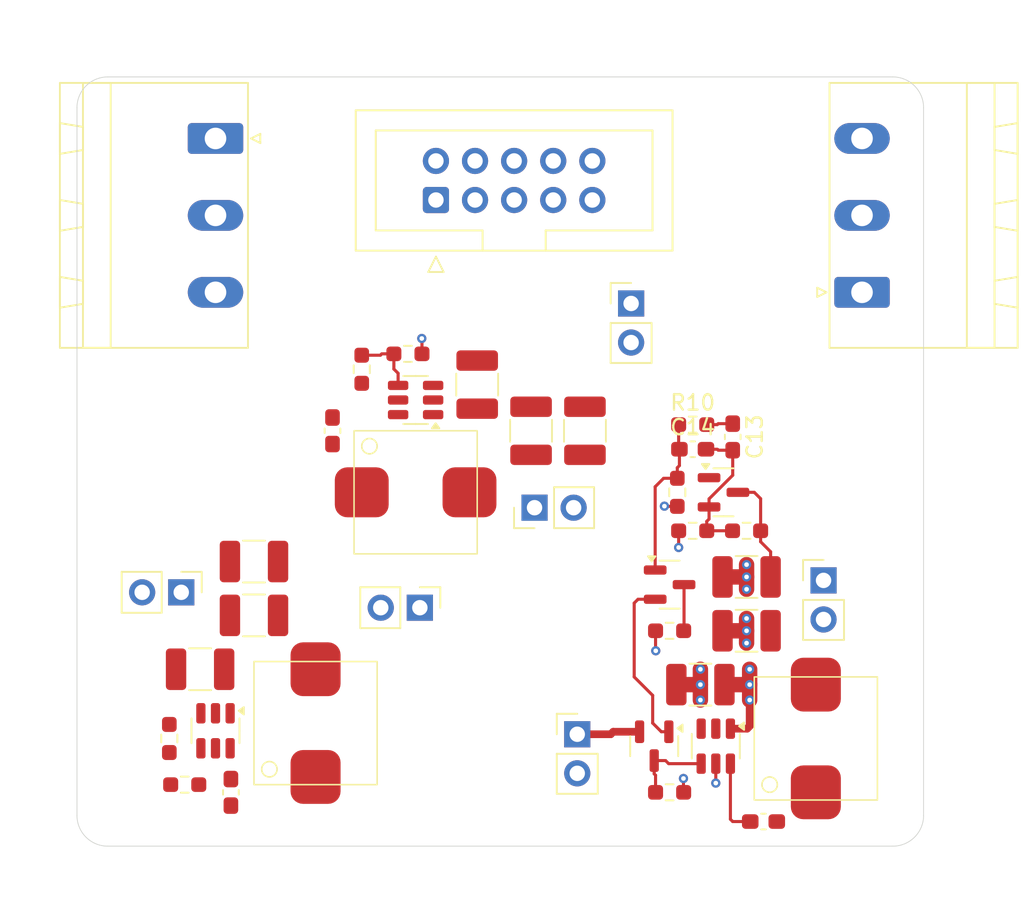
<source format=kicad_pcb>
(kicad_pcb
	(version 20240108)
	(generator "pcbnew")
	(generator_version "8.0")
	(general
		(thickness 1.6)
		(legacy_teardrops no)
	)
	(paper "A4")
	(layers
		(0 "F.Cu" signal)
		(1 "In1.Cu" signal)
		(2 "In2.Cu" signal)
		(31 "B.Cu" signal)
		(32 "B.Adhes" user "B.Adhesive")
		(33 "F.Adhes" user "F.Adhesive")
		(34 "B.Paste" user)
		(35 "F.Paste" user)
		(36 "B.SilkS" user "B.Silkscreen")
		(37 "F.SilkS" user "F.Silkscreen")
		(38 "B.Mask" user)
		(39 "F.Mask" user)
		(40 "Dwgs.User" user "User.Drawings")
		(41 "Cmts.User" user "User.Comments")
		(42 "Eco1.User" user "User.Eco1")
		(43 "Eco2.User" user "User.Eco2")
		(44 "Edge.Cuts" user)
		(45 "Margin" user)
		(46 "B.CrtYd" user "B.Courtyard")
		(47 "F.CrtYd" user "F.Courtyard")
		(48 "B.Fab" user)
		(49 "F.Fab" user)
		(50 "User.1" user)
		(51 "User.2" user)
		(52 "User.3" user)
		(53 "User.4" user)
		(54 "User.5" user)
		(55 "User.6" user)
		(56 "User.7" user)
		(57 "User.8" user)
		(58 "User.9" user)
	)
	(setup
		(stackup
			(layer "F.SilkS"
				(type "Top Silk Screen")
			)
			(layer "F.Paste"
				(type "Top Solder Paste")
			)
			(layer "F.Mask"
				(type "Top Solder Mask")
				(thickness 0.01)
			)
			(layer "F.Cu"
				(type "copper")
				(thickness 0.035)
			)
			(layer "dielectric 1"
				(type "prepreg")
				(thickness 0.1)
				(material "FR4")
				(epsilon_r 4.5)
				(loss_tangent 0.02)
			)
			(layer "In1.Cu"
				(type "copper")
				(thickness 0.035)
			)
			(layer "dielectric 2"
				(type "core")
				(thickness 1.24)
				(material "FR4")
				(epsilon_r 4.5)
				(loss_tangent 0.02)
			)
			(layer "In2.Cu"
				(type "copper")
				(thickness 0.035)
			)
			(layer "dielectric 3"
				(type "prepreg")
				(thickness 0.1)
				(material "FR4")
				(epsilon_r 4.5)
				(loss_tangent 0.02)
			)
			(layer "B.Cu"
				(type "copper")
				(thickness 0.035)
			)
			(layer "B.Mask"
				(type "Bottom Solder Mask")
				(thickness 0.01)
			)
			(layer "B.Paste"
				(type "Bottom Solder Paste")
			)
			(layer "B.SilkS"
				(type "Bottom Silk Screen")
			)
			(copper_finish "HAL SnPb")
			(dielectric_constraints no)
		)
		(pad_to_mask_clearance 0.05)
		(solder_mask_min_width 0.1)
		(allow_soldermask_bridges_in_footprints no)
		(grid_origin 45 100)
		(pcbplotparams
			(layerselection 0x00010fc_ffffffff)
			(plot_on_all_layers_selection 0x0000000_00000000)
			(disableapertmacros no)
			(usegerberextensions no)
			(usegerberattributes yes)
			(usegerberadvancedattributes yes)
			(creategerberjobfile yes)
			(dashed_line_dash_ratio 12.000000)
			(dashed_line_gap_ratio 3.000000)
			(svgprecision 4)
			(plotframeref no)
			(viasonmask no)
			(mode 1)
			(useauxorigin no)
			(hpglpennumber 1)
			(hpglpenspeed 20)
			(hpglpendiameter 15.000000)
			(pdf_front_fp_property_popups yes)
			(pdf_back_fp_property_popups yes)
			(dxfpolygonmode yes)
			(dxfimperialunits yes)
			(dxfusepcbnewfont yes)
			(psnegative no)
			(psa4output no)
			(plotreference yes)
			(plotvalue yes)
			(plotfptext yes)
			(plotinvisibletext no)
			(sketchpadsonfab no)
			(subtractmaskfromsilk no)
			(outputformat 1)
			(mirror no)
			(drillshape 1)
			(scaleselection 1)
			(outputdirectory "")
		)
	)
	(net 0 "")
	(net 1 "GND")
	(net 2 "Net-(U1-BST)")
	(net 3 "Net-(U2-BST)")
	(net 4 "Net-(J3-Pin_1)")
	(net 5 "Net-(J4-Pin_2)")
	(net 6 "Net-(J8-Pin_2)")
	(net 7 "Net-(U5-BST)")
	(net 8 "/AP62250/V+in")
	(net 9 "/AP62250/V-in")
	(net 10 "/AP62250/V+ut")
	(net 11 "/AP62250/V-ut")
	(net 12 "Net-(Q1-E)")
	(net 13 "Net-(Q1-B)")
	(net 14 "Net-(Q1-C)")
	(net 15 "Net-(U3-REF)")
	(net 16 "/AP62250/Vin1")
	(net 17 "/AP62250/SW1")
	(net 18 "/AP62250/SW2")
	(net 19 "/AP62250/Vin2")
	(net 20 "/AP62250/Vin3")
	(net 21 "/AP62250/SW3")
	(net 22 "/AP62250/FB3")
	(net 23 "/AP62250/FB1")
	(net 24 "/AP62250/FB2")
	(net 25 "Net-(C13-Pad1)")
	(footprint "Package_TO_SOT_SMD:SOT-23" (layer "F.Cu") (at 87 77))
	(footprint "Resistor_SMD:R_0603_1608Metric_Pad0.98x0.95mm_HandSolder" (layer "F.Cu") (at 84 77 90))
	(footprint "Connector_PinHeader_2.54mm:PinHeader_1x02_P2.54mm_Vertical" (layer "F.Cu") (at 77.5 92.725))
	(footprint "Resistor_SMD:R_0603_1608Metric_Pad0.98x0.95mm_HandSolder" (layer "F.Cu") (at 51 93 90))
	(footprint "Capacitor_SMD:C_1210_3225Metric_Pad1.33x2.70mm_HandSolder" (layer "F.Cu") (at 56.5 81.5))
	(footprint "Connector_Phoenix_MSTB:PhoenixContact_MSTBA_2,5_3-G_1x03_P5.00mm_Horizontal" (layer "F.Cu") (at 96 64 90))
	(footprint "Capacitor_SMD:C_1210_3225Metric_Pad1.33x2.70mm_HandSolder" (layer "F.Cu") (at 53 88.5))
	(footprint "buck_lib:L_Eaton_DR74" (layer "F.Cu") (at 93 93 90))
	(footprint "Resistor_SMD:R_0603_1608Metric_Pad0.98x0.95mm_HandSolder" (layer "F.Cu") (at 66.5 68))
	(footprint "Capacitor_SMD:C_1210_3225Metric_Pad1.33x2.70mm_HandSolder" (layer "F.Cu") (at 56.5 85))
	(footprint "Package_TO_SOT_SMD:TSOT-23-6" (layer "F.Cu") (at 86.5 93.5 -90))
	(footprint "Resistor_SMD:R_0603_1608Metric_Pad0.98x0.95mm_HandSolder" (layer "F.Cu") (at 83.5 86))
	(footprint "Connector_PinHeader_2.54mm:PinHeader_1x02_P2.54mm_Vertical" (layer "F.Cu") (at 93.5 82.725))
	(footprint "Resistor_SMD:R_0603_1608Metric_Pad0.98x0.95mm_HandSolder" (layer "F.Cu") (at 85 72.6))
	(footprint "Package_TO_SOT_SMD:SOT-23" (layer "F.Cu") (at 83.5 83))
	(footprint "Capacitor_SMD:C_1210_3225Metric_Pad1.33x2.70mm_HandSolder" (layer "F.Cu") (at 71 70 -90))
	(footprint "Capacitor_SMD:C_0603_1608Metric_Pad1.08x0.95mm_HandSolder" (layer "F.Cu") (at 89.6 98.4))
	(footprint "Package_TO_SOT_SMD:TSOT-23-6" (layer "F.Cu") (at 54 92.5 -90))
	(footprint "Connector_PinHeader_2.54mm:PinHeader_1x02_P2.54mm_Vertical" (layer "F.Cu") (at 81 64.725))
	(footprint "Resistor_SMD:R_0603_1608Metric_Pad0.98x0.95mm_HandSolder" (layer "F.Cu") (at 88.5 79.5))
	(footprint "Capacitor_SMD:C_0603_1608Metric_Pad1.08x0.95mm_HandSolder" (layer "F.Cu") (at 55 96.5 -90))
	(footprint "Connector_Phoenix_MSTB:PhoenixContact_MSTBA_2,5_3-G_1x03_P5.00mm_Horizontal" (layer "F.Cu") (at 54 54 -90))
	(footprint "Capacitor_SMD:C_0603_1608Metric_Pad1.08x0.95mm_HandSolder" (layer "F.Cu") (at 87.6 73.4 -90))
	(footprint "buck_lib:L_Eaton_DR74" (layer "F.Cu") (at 60.5 92 90))
	(footprint "Package_TO_SOT_SMD:TSOT-23-6" (layer "F.Cu") (at 67 71 180))
	(footprint "Capacitor_SMD:C_0603_1608Metric_Pad1.08x0.95mm_HandSolder" (layer "F.Cu") (at 61.6 73 -90))
	(footprint "Connector_PinHeader_2.54mm:PinHeader_1x02_P2.54mm_Vertical" (layer "F.Cu") (at 67.275 84.5 -90))
	(footprint "Connector_PinHeader_2.54mm:PinHeader_1x02_P2.54mm_Vertical" (layer "F.Cu") (at 74.725 78 90))
	(footprint "buck_lib:L_Eaton_DR74" (layer "F.Cu") (at 67 77))
	(footprint "Package_TO_SOT_SMD:SOT-23" (layer "F.Cu") (at 82.5 93.5 -90))
	(footprint "Resistor_SMD:R_0603_1608Metric_Pad0.98x0.95mm_HandSolder" (layer "F.Cu") (at 63.5 69 90))
	(footprint "Resistor_SMD:R_0603_1608Metric_Pad0.98x0.95mm_HandSolder" (layer "F.Cu") (at 52 96 180))
	(footprint "Connector_IDC:IDC-Header_2x05_P2.54mm_Vertical" (layer "F.Cu") (at 68.32 58 90))
	(footprint "Capacitor_SMD:C_1210_3225Metric_Pad1.33x2.70mm_HandSolder" (layer "F.Cu") (at 88.5 82.5))
	(footprint "Resistor_SMD:R_0603_1608Metric_Pad0.98x0.95mm_HandSolder" (layer "F.Cu") (at 83.5 96.5 180))
	(footprint "Capacitor_SMD:C_0603_1608Metric_Pad1.08x0.95mm_HandSolder" (layer "F.Cu") (at 85 74.2))
	(footprint "Connector_PinHeader_2.54mm:PinHeader_1x02_P2.54mm_Vertical"
		(layer "F.Cu")
		(uuid "dd3832fd-4095-42e0-bb9a-03a79765aa22")
		(at 51.775 83.5 -90)
		(descr "Through hole straight pin header, 1x02, 2.54mm pitch, single row")
		(tags "Through hole pin header THT 1x02 2.54mm single row")
		(property "Reference" "J2"
			(at 0 -2.33 90)
			(layer "F.SilkS")
			(hide yes)
			(uuid "4d32db4d-eeab-48b6-91f3-64288c1c50d3")
			(effects
				(font
					(size 1 1)
					(thickness 0.15)
				)
			)
		)
		(property "Value" "Conn_01x02"
			(at 0 4.87 90)
			(layer "F.Fab")
			(hide yes)
			(uuid "39f1382d-abf1-4c09-9328-18ba010c0383")
			(effects
				(font
					(size 1 1)
					(thickness 0.15)
				)
			)
		)
		(property "Footprint" "Connector_PinHeader_2.54mm:PinHeader_1x02_P2.54mm_Vertical"
			(at 0 0 -90)
			(unlocked yes)
			(layer "F.Fab")
			(hide yes)
			(uuid "23cae4ff-6162-427f-b0d6-4e244824cf72")
			(effects
				(font
					(size 1.27 1.27)
				)
			)
		)
		(property "Datasheet" ""
			(at 0 0 -90)
			(unlocked yes)
			(layer "F.Fab")
			(hide yes)
			(uuid "3f0331e0-d8fb-4e45-8b8d-8a2cbb5be2d2")
			(effects
				(font
					(size 1.27 1.27)
				)
			)
		)
		(property "Description" "Generic connector, single row, 01x02, script generated (kicad-library-utils/schlib/autogen/connector/)"
			(at 0 0 -90)
			(unlocked yes)
			(layer "F.Fab")
			(hide yes)
			(uuid "875bd5af-4f8a-499e-b310-1a979f685ec5")
			(effects
				(font
					(size 1.27 1.27)
				)
			)
		)
		(property ki_fp_filters "Connector*:*_1x??_*")
		(path "/14910d45-acbf-48a1-8153-782847a0fd20/01896a8d-f5e5-444d-9bf8-76ffbd45a995")
		(sheetname "AP62250")
		(sheetfile "ap62250.kicad_sch")
		(attr through_hole)
		(fp_line
			(start -1.33 3.87)
			(end 1.33 3.87)
			(stroke
				(width 0.12)
				(type solid)
			)
			(layer "F.SilkS")
			(uuid "5a95cc11-6016-49eb-baca-03b398e9fc99")
		)
		(fp_line
			(start -1.33 1.27)
			(end -1.33 3.87)
			(stroke
				(width 0.12)
				(type solid)
			)
			(layer "F.SilkS")
			(uuid "d4a039ad-c521-48ae-b4bc-8ae984b1957e")
		)
		(fp_line
			(start -1.33 1.27)
			(end 1.33 1.27)
			(stroke
				(width 0.12)
				(type solid)
			)
			(layer "F.SilkS")
			(uuid "68cdd866-a184-44d7-bad0-101218e897b3")
		)
		(fp_line
			(start 1.33 1.27)
			(end 1.33 3.87)
			(stroke
				(width 0.12)
				(type solid)
			)
			(layer "F.SilkS")
			(uuid "ab26558c-b592-4ceb-a910-c79b6d87eaee")
		)
		(fp_line
			(start -1.33 0)
			(end -1.33 -1.33)
			(stroke
				(width 0.12)
				(type solid)
			)
			(layer "F.SilkS")
			(uuid "fea835e2-6778-47f1-8763-01aa0e64b7a8")
		)
		(fp_line
			(start -1.33 -1.33)
			(end 0 -1.33)
			(stroke
				(width 0.12)
				(type solid)
			)
			(layer "F.SilkS")
			(uuid "0ee49aae-d84a-42db-80f2-798ba8abd485")
		)
		(fp_line
			(start -1.8 4.35)
			(end 1.8 4.35)
			(stroke
				(width 0.05)
				(type solid)
			)
			(layer "F.CrtYd")
			(uuid "dd0fc598-2b84-4a03-ae94-8500208fea9d")
		)
		(fp_line
			(start 1.8 4.35)
			(end 1.8 -1.8)
			(stroke
				(width 0.05)
				(type solid)
			)
			(layer "F.CrtYd")
			(uuid "10361233-36b4-4492-829b-4c0a14b295d1")
		)
		(fp_line
			(start -1.8 -1.8)
			(end -1.8 4.35)
			(stroke
				(width 0.05)
				(type solid)
			)
			(layer "F.CrtYd")
			(uuid "b3c05a83-4581-42d8-9af3-3b09a3d33dc0")
		)
		(fp_line
			(start 1.8 -1.8)
			(end -1.8 -1.8)
			(stroke
				(width 0.05)
				(type solid)
			)
			(layer "F.CrtYd")
			(uuid "1161ca4e-fe04-484d-9b44-bacf0a25997b")
		)
		(fp_line
			(start -1.27 3.81)
			(end -1.27 -0.635)
			(stroke
				(width 0.1)
				(type solid)
			)
			(layer "F.Fab")
			(uuid "f47b07c5-84d5-48d4-b394-60fd9bb1a5a0")
		)
		(fp_line
			(start 1.27 3.81)
			(end -1.27 3.81)
			(stroke
				(width 0.1)
				(type solid)
			)
			(layer "F.Fab")
			(uuid "9395b09c-5cbe-4c68-83d2-d79ce1898692")
		)
		(fp_line
			(start -1.27 -0.635)
			(end -0.635 -1.27)
			(stroke
				(width 0.1)
				(type solid)
			)
			(layer "F.Fab")
			(uuid "0f91c922-b9e2-44bd-bff5-a3ae89ef093d")
		)
		(fp_line
			(start -0.635 -1.27)
			(end 1.27 -1.27)
			(stroke
				(width 0.1)
				(type solid)
			)
			(layer "F.Fab")
			(uuid "5050c511-4a36-4bfa-9a8d-16df0e8b57c9")
		)
		(fp_line
			(start 1.27 -1.27)
			(end 1.27 3.81)
			(stroke
				(width 0.1)
				(type solid)
			)
			(layer "F.Fab")
			(uuid "d4f50575-7a10-4cfc-9776-4a78d02d93b6")
		)
		(fp_text user "${REFERENCE}"
			(at 0 1.27 180)
			(layer "F.Fab")
			(uuid "2685ab96-f5a2-4206-bedd-9def86536fca")
			(effects
				(font
					(size 1 1)
					(thickness 0.15)
				)
			)
		)
		(pad "1" thru_hole rect
			(at 0 0 270)
			(size 1.7 1.7)
			(drill 1)
			(layers "*.Cu" "*.Mask")
			(remove_unused_layers no)
			(net 19 "/AP62250/Vin2")
			(pinfunction "Pin_1")
			(pintype "passive")
			(uuid "1c7ca328-8a27-4b22-871c-c70a2ad9ccc0")
		)
		(pad "2" thru_hole oval
			(at 0 2.54 270)
			(size 1.7 1.7)
			(drill 1)
			(layers "*.Cu" "*.Mask")
			(remove_unused_layers no)
			(net 9 "/AP62250/V-in")
			(pinfunction "Pin_2")
			(pintype "passive")
			(uuid "24cdf556-5939-465b-9742-4a4e883a5235")
		)
		(model "${KICAD8_3DMODEL_DIR}/Connector_PinHeader_2.54mm.3dshapes/PinHeader_1x02_P2.54mm_Vertical.wrl"
			(offset
				(xyz 0 0 0)
			)
			(scale
				(xyz 1 1 1)
			)
			(rotate
				(xyz 0 0 0)
			)
		
... [44332 chars truncated]
</source>
